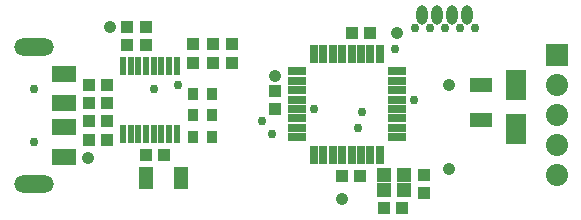
<source format=gts>
G04*
G04 #@! TF.GenerationSoftware,Altium Limited,Altium Designer,20.2.6 (244)*
G04*
G04 Layer_Color=8388736*
%FSLAX25Y25*%
%MOIN*%
G70*
G04*
G04 #@! TF.SameCoordinates,1A3BA952-A66C-493A-B53E-150E5816C36F*
G04*
G04*
G04 #@! TF.FilePolarity,Negative*
G04*
G01*
G75*
%ADD25R,0.02362X0.06102*%
%ADD26R,0.03740X0.04331*%
%ADD27R,0.08465X0.05315*%
G04:AMPARAMS|DCode=28|XSize=37.41mil|YSize=64.97mil|CornerRadius=18.7mil|HoleSize=0mil|Usage=FLASHONLY|Rotation=0.000|XOffset=0mil|YOffset=0mil|HoleType=Round|Shape=RoundedRectangle|*
%AMROUNDEDRECTD28*
21,1,0.03741,0.02756,0,0,0.0*
21,1,0.00000,0.06497,0,0,0.0*
1,1,0.03741,0.00000,-0.01378*
1,1,0.03741,0.00000,-0.01378*
1,1,0.03741,0.00000,0.01378*
1,1,0.03741,0.00000,0.01378*
%
%ADD28ROUNDEDRECTD28*%
%ADD29R,0.06496X0.02953*%
%ADD30R,0.02953X0.06496*%
%ADD31R,0.04331X0.04134*%
%ADD32R,0.07087X0.10433*%
%ADD33R,0.05118X0.04528*%
%ADD34R,0.04134X0.04331*%
%ADD35R,0.07480X0.04921*%
%ADD36R,0.04921X0.07480*%
%ADD37C,0.02953*%
%ADD38O,0.13189X0.05709*%
%ADD39R,0.07382X0.07382*%
%ADD40C,0.07382*%
%ADD41C,0.04134*%
D25*
X58563Y54921D02*
D03*
X56004D02*
D03*
X53445D02*
D03*
X50886D02*
D03*
X48327D02*
D03*
X45768D02*
D03*
X43209D02*
D03*
X40650D02*
D03*
X58563Y32087D02*
D03*
X56004D02*
D03*
X53445D02*
D03*
X50886D02*
D03*
X48327D02*
D03*
X45768D02*
D03*
X43209D02*
D03*
X40650D02*
D03*
D26*
X64075Y45472D02*
D03*
X70374D02*
D03*
X64075Y38386D02*
D03*
X70374D02*
D03*
X64075Y31299D02*
D03*
X70374D02*
D03*
D27*
X21063Y52165D02*
D03*
Y42323D02*
D03*
Y34449D02*
D03*
Y24606D02*
D03*
D28*
X155433Y71850D02*
D03*
X150433D02*
D03*
X145433D02*
D03*
X140433D02*
D03*
D29*
X131949Y49902D02*
D03*
Y46752D02*
D03*
Y53051D02*
D03*
Y40453D02*
D03*
Y37303D02*
D03*
Y43602D02*
D03*
Y34154D02*
D03*
Y31004D02*
D03*
X98484Y53051D02*
D03*
Y46752D02*
D03*
Y43602D02*
D03*
Y49902D02*
D03*
Y37303D02*
D03*
Y34154D02*
D03*
Y40453D02*
D03*
Y31004D02*
D03*
D30*
X113642Y58760D02*
D03*
X116791D02*
D03*
X110492D02*
D03*
X123091D02*
D03*
X126240D02*
D03*
X119941D02*
D03*
X126240Y25295D02*
D03*
X113642D02*
D03*
X116791D02*
D03*
X110492D02*
D03*
X123091D02*
D03*
X119941D02*
D03*
X104193Y58760D02*
D03*
X107343D02*
D03*
Y25295D02*
D03*
X104193D02*
D03*
D31*
X91339Y46555D02*
D03*
Y40453D02*
D03*
X140807Y18602D02*
D03*
Y12500D02*
D03*
X48228Y67815D02*
D03*
Y61713D02*
D03*
X42028D02*
D03*
Y67815D02*
D03*
X64075Y62008D02*
D03*
Y55905D02*
D03*
X70571Y62008D02*
D03*
Y55905D02*
D03*
X35335Y48425D02*
D03*
Y42323D02*
D03*
X29232D02*
D03*
Y48425D02*
D03*
X77067Y62008D02*
D03*
Y55905D02*
D03*
D32*
X171653Y48465D02*
D03*
Y33701D02*
D03*
D33*
X134409Y18602D02*
D03*
Y13484D02*
D03*
X127520Y18602D02*
D03*
Y13484D02*
D03*
D34*
X119744Y18110D02*
D03*
X113642D02*
D03*
X133622Y7382D02*
D03*
X127520D02*
D03*
X123091Y65945D02*
D03*
X116988D02*
D03*
X35335Y30217D02*
D03*
X29232D02*
D03*
X35335Y36319D02*
D03*
X29232D02*
D03*
X48327Y25197D02*
D03*
X54429D02*
D03*
D35*
X159843Y36850D02*
D03*
Y48465D02*
D03*
D36*
X48327Y17520D02*
D03*
X59941D02*
D03*
D37*
X10827Y29528D02*
D03*
Y47244D02*
D03*
X137933Y67303D02*
D03*
X142933D02*
D03*
X147933D02*
D03*
X152933D02*
D03*
X157933D02*
D03*
X90244Y32283D02*
D03*
X137697Y43602D02*
D03*
X104193Y40453D02*
D03*
X120422Y39480D02*
D03*
X86996Y36614D02*
D03*
X118957Y34173D02*
D03*
X131299Y60342D02*
D03*
X58957Y48622D02*
D03*
X50886Y47047D02*
D03*
D38*
X10827Y15551D02*
D03*
Y61221D02*
D03*
D39*
X185138Y58465D02*
D03*
D40*
Y48465D02*
D03*
Y38465D02*
D03*
Y28465D02*
D03*
Y18465D02*
D03*
D41*
X149370Y20305D02*
D03*
X113642Y10335D02*
D03*
X149370Y48465D02*
D03*
X131890Y65945D02*
D03*
X91339Y51378D02*
D03*
X36220Y67815D02*
D03*
X28937Y24213D02*
D03*
M02*

</source>
